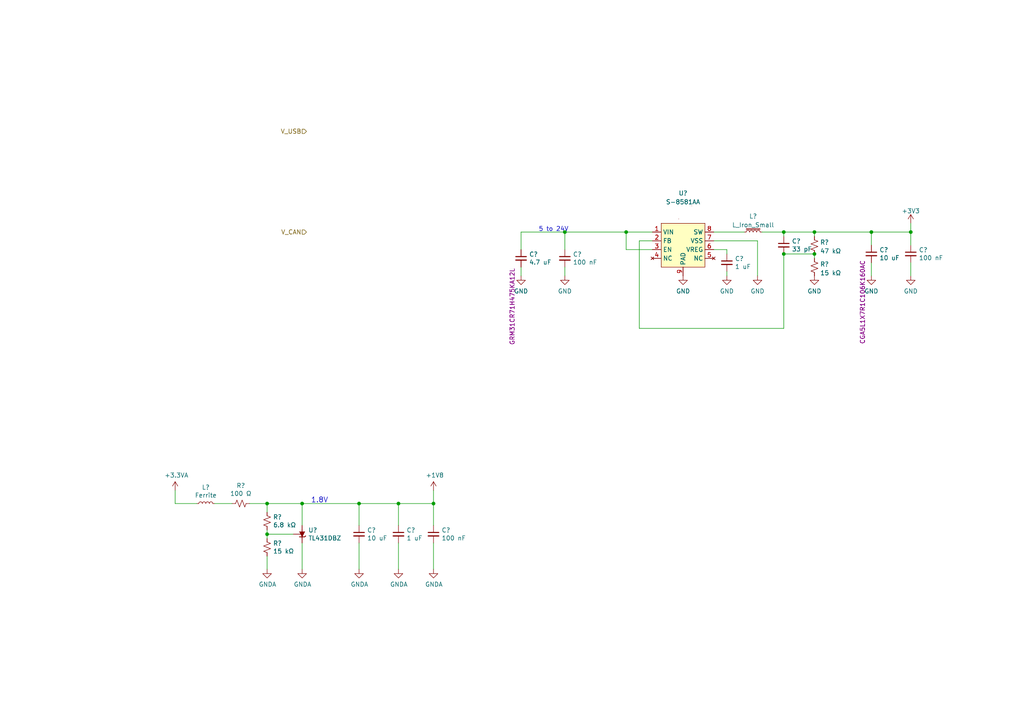
<source format=kicad_sch>
(kicad_sch (version 20211123) (generator eeschema)
  (paper "A4")
  (lib_symbols
    (symbol "CAN-Acquisition-Module:S-8581AA"
      (property "Reference" "U" (at 1.27 1.27 0))
      (property "Value" "S-8581AA" (at 12.7 -13.97 0))
      (symbol "S-8581AA_0_1"
        (rectangle (start 0 0) (end 12.7 -12.7) (stroke (width 0.1524)) (fill (type background)))
        (rectangle (start 5.08 1.27) (end 5.08 1.27) (stroke (width 0.1524)))
        (rectangle (start 8.89 5.08) (end 8.89 5.08) (stroke (width 0.1524)))
      )
      (symbol "S-8581AA_1_1"
        (pin power_in line (at -2.54 -2.54 0) (length 2.54) (name "VIN") (number "1"))
        (pin input line (at -2.54 -5.08 0) (length 2.54) (name "FB") (number "2"))
        (pin input line (at -2.54 -7.62 0) (length 2.54) (name "EN") (number "3"))
        (pin no_connect line (at -2.54 -10.16 0) (length 2.54) (name "NC") (number "4"))
        (pin no_connect line (at 15.24 -10.16 180) (length 2.54) (name "NC") (number "5"))
        (pin passive line (at 15.24 -7.62 180) (length 2.54) (name "VREG") (number "6"))
        (pin bidirectional line (at 15.24 -5.08 180) (length 2.54) (name "VSS") (number "7"))
        (pin power_out line (at 15.24 -2.54 180) (length 2.54) (name "SW") (number "8"))
        (pin bidirectional line (at 6.35 -15.24 90) (length 2.54) (name "PAD") (number "9"))
      )
    )
    (symbol "Device:C_Small" (pin_numbers hide) (pin_names (offset 0.254) hide)
      (property "Reference" "C" (at 0.254 1.778 0))
      (property "Value" "C_Small" (at 0.254 -2.032 0))
      (symbol "C_Small_0_1"
        (polyline (pts (xy -1.524 -0.508) (xy 1.524 -0.508)) (stroke (width 0.3302)))
        (polyline (pts (xy -1.524 0.508) (xy 1.524 0.508)) (stroke (width 0.3048)))
      )
      (symbol "C_Small_1_1"
        (pin passive line (at 0 2.54 270) (length 2.032) (name "~") (number "1"))
        (pin passive line (at 0 -2.54 90) (length 2.032) (name "~") (number "2"))
      )
    )
    (symbol "Device:L_Iron_Small" (pin_numbers hide) (pin_names (offset 0.254) hide)
      (property "Reference" "L" (at 1.27 1.016 0))
      (property "Value" "L_Iron_Small" (at 1.27 -1.27 0))
      (symbol "L_Iron_Small_0_1"
        (arc (start 0 -2.032) (mid 0.508 -1.524) (end 0 -1.016))
        (arc (start 0 -1.016) (mid 0.508 -0.508) (end 0 0))
        (polyline (pts (xy 0.762 2.032) (xy 0.762 -2.032)))
        (polyline (pts (xy 1.016 -2.032) (xy 1.016 2.032)))
        (arc (start 0 0) (mid 0.508 0.508) (end 0 1.016))
        (arc (start 0 1.016) (mid 0.508 1.524) (end 0 2.032))
      )
      (symbol "L_Iron_Small_1_1"
        (pin passive line (at 0 2.54 270) (length 0.508) (name "~") (number "1"))
        (pin passive line (at 0 -2.54 90) (length 0.508) (name "~") (number "2"))
      )
    )
    (symbol "Device:L_Small" (pin_numbers hide) (pin_names (offset 0.254) hide)
      (property "Reference" "L" (at 0.762 1.016 0))
      (property "Value" "L_Small" (at 0.762 -1.016 0))
      (symbol "L_Small_0_1"
        (arc (start 0 -2.032) (mid 0.508 -1.524) (end 0 -1.016))
        (arc (start 0 -1.016) (mid 0.508 -0.508) (end 0 0))
        (arc (start 0 0) (mid 0.508 0.508) (end 0 1.016))
        (arc (start 0 1.016) (mid 0.508 1.524) (end 0 2.032))
      )
      (symbol "L_Small_1_1"
        (pin passive line (at 0 2.54 270) (length 0.508) (name "~") (number "1"))
        (pin passive line (at 0 -2.54 90) (length 0.508) (name "~") (number "2"))
      )
    )
    (symbol "Device:R_Small_US" (pin_numbers hide) (pin_names (offset 0.254) hide)
      (property "Reference" "R" (at 0.762 0.508 0))
      (property "Value" "R_Small_US" (at 0.762 -1.016 0))
      (symbol "R_Small_US_1_1"
        (polyline (pts (xy 0 0) (xy 1.016 -0.381) (xy 0 -0.762) (xy -1.016 -1.143) (xy 0 -1.524)))
        (polyline (pts (xy 0 1.524) (xy 1.016 1.143) (xy 0 0.762) (xy -1.016 0.381) (xy 0 0)))
        (pin passive line (at 0 2.54 270) (length 1.016) (name "~") (number "1"))
        (pin passive line (at 0 -2.54 90) (length 1.016) (name "~") (number "2"))
      )
    )
    (symbol "Reference_Voltage:TL431DBZ" (pin_numbers hide) (pin_names hide)
      (property "Reference" "U" (at -2.54 2.54 0))
      (property "Value" "TL431DBZ" (at 0 -2.54 0))
      (symbol "TL431DBZ_0_1"
        (polyline (pts (xy -1.27 0) (xy 0 0) (xy 1.27 0)))
        (polyline (pts (xy -0.762 0.762) (xy 0.762 0) (xy -0.762 -0.762)) (fill (type outline)))
        (polyline (pts (xy 0.508 -1.016) (xy 0.762 -0.762) (xy 0.762 0.762) (xy 0.762 0.762)) (stroke (width 0.254)))
      )
      (symbol "TL431DBZ_1_1"
        (pin passive line (at 2.54 0 180) (length 2.54) (name "K") (number "1"))
        (pin passive line (at 0 2.54 270) (length 2.54) (name "REF") (number "2"))
        (pin passive line (at -2.54 0 0) (length 2.54) (name "A") (number "3"))
      )
    )
    (symbol "power:+1V8" (power) (pin_names (offset 0))
      (property "Value" "+1V8" (at 0 3.556 0))
      (symbol "+1V8_0_1"
        (polyline (pts (xy -0.762 1.27) (xy 0 2.54)))
        (polyline (pts (xy 0 0) (xy 0 2.54)))
        (polyline (pts (xy 0 2.54) (xy 0.762 1.27)))
      )
      (symbol "+1V8_1_1"
        (pin power_in line (at 0 0 90) (length 0) hide (name "+1V8") (number "1"))
      )
    )
    (symbol "power:+3.3V" (power) (pin_names (offset 0))
      (property "Value" "+3.3V" (at 0 3.556 0))
      (symbol "+3.3V_0_1"
        (polyline (pts (xy -0.762 1.27) (xy 0 2.54)))
        (polyline (pts (xy 0 0) (xy 0 2.54)))
        (polyline (pts (xy 0 2.54) (xy 0.762 1.27)))
      )
      (symbol "+3.3V_1_1"
        (pin power_in line (at 0 0 90) (length 0) hide (name "+3V3") (number "1"))
      )
    )
    (symbol "power:+3.3VA" (power) (pin_names (offset 0))
      (property "Value" "+3.3VA" (at 0 3.556 0))
      (symbol "+3.3VA_0_1"
        (polyline (pts (xy -0.762 1.27) (xy 0 2.54)))
        (polyline (pts (xy 0 0) (xy 0 2.54)))
        (polyline (pts (xy 0 2.54) (xy 0.762 1.27)))
      )
      (symbol "+3.3VA_1_1"
        (pin power_in line (at 0 0 90) (length 0) hide (name "+3.3VA") (number "1"))
      )
    )
    (symbol "power:GND" (power) (pin_names (offset 0))
      (property "Value" "GND" (at 0 -3.81 0))
      (symbol "GND_0_1"
        (polyline (pts (xy 0 0) (xy 0 -1.27) (xy 1.27 -1.27) (xy 0 -2.54) (xy -1.27 -1.27) (xy 0 -1.27)))
      )
      (symbol "GND_1_1"
        (pin power_in line (at 0 0 270) (length 0) hide (name "GND") (number "1"))
      )
    )
    (symbol "power:GNDA" (power) (pin_names (offset 0))
      (property "Value" "GNDA" (at 0 -3.81 0))
      (symbol "GNDA_0_1"
        (polyline (pts (xy 0 0) (xy 0 -1.27) (xy 1.27 -1.27) (xy 0 -2.54) (xy -1.27 -1.27) (xy 0 -1.27)))
      )
      (symbol "GNDA_1_1"
        (pin power_in line (at 0 0 270) (length 0) hide (name "GNDA") (number "1"))
      )
    )
  )
  (junction (at 227.33 67.31))
  (junction (at 115.57 146.05))
  (junction (at 125.73 146.05))
  (junction (at 77.47 154.94))
  (junction (at 104.14 146.05))
  (junction (at 163.83 67.31))
  (junction (at 236.22 73.66))
  (junction (at 264.16 67.31))
  (junction (at 87.63 146.05))
  (junction (at 252.73 67.31))
  (junction (at 181.61 67.31))
  (junction (at 77.47 146.05))
  (junction (at 227.33 73.66))
  (junction (at 236.22 67.31))
  (wire (pts (xy 264.16 67.31) (xy 252.73 67.31)))
  (wire (pts (xy 115.57 146.05) (xy 104.14 146.05)))
  (wire (pts (xy 236.22 67.31) (xy 252.73 67.31)))
  (wire (pts (xy 264.16 64.77) (xy 264.16 67.31)))
  (wire (pts (xy 264.16 71.12) (xy 264.16 67.31)))
  (wire (pts (xy 181.61 67.31) (xy 163.83 67.31)))
  (wire (pts (xy 220.98 67.31) (xy 227.33 67.31)))
  (wire (pts (xy 77.47 154.94) (xy 77.47 153.67)))
  (wire (pts (xy 85.09 154.94) (xy 77.47 154.94)))
  (wire (pts (xy 227.33 67.31) (xy 236.22 67.31)))
  (wire (pts (xy 227.33 73.66) (xy 236.22 73.66)))
  (wire (pts (xy 264.16 76.2) (xy 264.16 80.01)))
  (wire (pts (xy 189.23 67.31) (xy 181.61 67.31)))
  (wire (pts (xy 104.14 157.48) (xy 104.14 165.1)))
  (wire (pts (xy 236.22 73.66) (xy 236.22 74.93)))
  (wire (pts (xy 50.8 142.24) (xy 50.8 146.05)))
  (wire (pts (xy 125.73 152.4) (xy 125.73 146.05)))
  (wire (pts (xy 125.73 146.05) (xy 115.57 146.05)))
  (wire (pts (xy 87.63 146.05) (xy 77.47 146.05)))
  (wire (pts (xy 207.01 67.31) (xy 215.9 67.31)))
  (wire (pts (xy 227.33 95.25) (xy 185.42 95.25)))
  (wire (pts (xy 185.42 95.25) (xy 185.42 69.85)))
  (wire (pts (xy 151.13 67.31) (xy 151.13 72.39)))
  (wire (pts (xy 115.57 157.48) (xy 115.57 165.1)))
  (wire (pts (xy 163.83 77.47) (xy 163.83 80.01)))
  (wire (pts (xy 207.01 69.85) (xy 219.71 69.85)))
  (wire (pts (xy 115.57 152.4) (xy 115.57 146.05)))
  (wire (pts (xy 181.61 72.39) (xy 181.61 67.31)))
  (wire (pts (xy 185.42 69.85) (xy 189.23 69.85)))
  (wire (pts (xy 210.82 72.39) (xy 210.82 73.66)))
  (wire (pts (xy 227.33 67.31) (xy 227.33 68.58)))
  (wire (pts (xy 189.23 72.39) (xy 181.61 72.39)))
  (wire (pts (xy 87.63 152.4) (xy 87.63 146.05)))
  (wire (pts (xy 163.83 67.31) (xy 163.83 72.39)))
  (wire (pts (xy 62.23 146.05) (xy 67.31 146.05)))
  (wire (pts (xy 207.01 72.39) (xy 210.82 72.39)))
  (wire (pts (xy 77.47 154.94) (xy 77.47 156.21)))
  (wire (pts (xy 72.39 146.05) (xy 77.47 146.05)))
  (wire (pts (xy 163.83 67.31) (xy 151.13 67.31)))
  (wire (pts (xy 125.73 146.05) (xy 125.73 142.24)))
  (wire (pts (xy 219.71 69.85) (xy 219.71 80.01)))
  (wire (pts (xy 87.63 157.48) (xy 87.63 165.1)))
  (wire (pts (xy 104.14 146.05) (xy 87.63 146.05)))
  (wire (pts (xy 227.33 73.66) (xy 227.33 95.25)))
  (wire (pts (xy 50.8 146.05) (xy 57.15 146.05)))
  (wire (pts (xy 77.47 146.05) (xy 77.47 148.59)))
  (wire (pts (xy 104.14 152.4) (xy 104.14 146.05)))
  (wire (pts (xy 125.73 157.48) (xy 125.73 165.1)))
  (wire (pts (xy 77.47 161.29) (xy 77.47 165.1)))
  (wire (pts (xy 151.13 77.47) (xy 151.13 80.01)))
  (wire (pts (xy 236.22 67.31) (xy 236.22 68.58)))
  (wire (pts (xy 210.82 78.74) (xy 210.82 80.01)))
  (wire (pts (xy 252.73 76.2) (xy 252.73 80.01)))
  (wire (pts (xy 252.73 67.31) (xy 252.73 71.12)))
  (text "5 to 24V" (at 156.21 67.31 0) (effects (font (size 1.27 1.27)) (justify left bottom)))
  (text "1.8V" (at 90.17 146.05 0) (effects (font (size 1.4986 1.4986)) (justify left bottom)))
  (hierarchical_label "V_CAN" (shape input) (at 88.9 67.31 180))
  (hierarchical_label "V_USB" (shape input) (at 88.9 38.1 180))
  (symbol (lib_id "Device:C_Small") (at 104.14 154.94 0) (unit 1)
    (property "Reference" "C?" (at 106.4768 153.7716 0) (effects (justify left)))
    (property "Value" "10 uF" (at 106.4768 156.083 0) (effects (justify left)))
    (property "Footprint" "Capacitor_SMD:C_1206_3216Metric" (effects hide))
  )
  (symbol (lib_id "Reference_Voltage:TL431DBZ") (at 87.63 154.94 90) (mirror x) (unit 1)
    (property "Reference" "U?" (at 89.408 153.7716 90) (effects (justify right)))
    (property "Value" "TL431DBZ" (at 89.408 156.083 90) (effects (justify right)))
    (property "Footprint" "Package_TO_SOT_SMD:SOT-23" (effects hide))
    (property "Datasheet" "http://www.ti.com/lit/ds/symlink/tl431.pdf" (effects hide))
  )
  (symbol (lib_id "Device:R_Small_US") (at 77.47 151.13 0) (unit 1)
    (property "Reference" "R?" (at 79.1972 149.9616 0) (effects (justify left)))
    (property "Value" "6.8 kΩ" (at 79.1972 152.273 0) (effects (justify left)))
    (property "Footprint" "Resistor_SMD:R_0603_1608Metric" (effects hide))
  )
  (symbol (lib_id "Device:R_Small_US") (at 77.47 158.75 0) (unit 1)
    (property "Reference" "R?" (at 79.1972 157.5816 0) (effects (justify left)))
    (property "Value" "15 kΩ" (at 79.1972 159.893 0) (effects (justify left)))
    (property "Footprint" "Resistor_SMD:R_0603_1608Metric" (effects hide))
  )
  (symbol (lib_id "power:GNDA") (at 77.47 165.1 0) (unit 1)
    (property "Reference" "#PWR?" (effects hide))
    (property "Value" "GNDA" (at 77.597 169.4942 0))
  )
  (symbol (lib_id "Device:R_Small_US") (at 69.85 146.05 270) (unit 1)
    (property "Reference" "R?" (at 69.85 140.843 90))
    (property "Value" "100 Ω" (at 69.85 143.1544 90))
    (property "Footprint" "Resistor_SMD:R_0805_2012Metric" (effects hide))
  )
  (symbol (lib_id "power:GNDA") (at 87.63 165.1 0) (unit 1)
    (property "Reference" "#PWR?" (effects hide))
    (property "Value" "GNDA" (at 87.757 169.4942 0))
  )
  (symbol (lib_id "power:GNDA") (at 104.14 165.1 0) (unit 1)
    (property "Reference" "#PWR?" (effects hide))
    (property "Value" "GNDA" (at 104.267 169.4942 0))
  )
  (symbol (lib_id "Device:C_Small") (at 115.57 154.94 0) (unit 1)
    (property "Reference" "C?" (at 117.9068 153.7716 0) (effects (justify left)))
    (property "Value" "1 uF" (at 117.9068 156.083 0) (effects (justify left)))
    (property "Footprint" "Capacitor_SMD:C_0603_1608Metric" (effects hide))
  )
  (symbol (lib_id "Device:C_Small") (at 125.73 154.94 0) (unit 1)
    (property "Reference" "C?" (at 128.0668 153.7716 0) (effects (justify left)))
    (property "Value" "100 nF" (at 128.0668 156.083 0) (effects (justify left)))
    (property "Footprint" "Capacitor_SMD:C_0402_1005Metric" (effects hide))
  )
  (symbol (lib_id "power:GNDA") (at 115.57 165.1 0) (unit 1)
    (property "Reference" "#PWR?" (effects hide))
    (property "Value" "GNDA" (at 115.697 169.4942 0))
  )
  (symbol (lib_id "power:GNDA") (at 125.73 165.1 0) (unit 1)
    (property "Reference" "#PWR?" (effects hide))
    (property "Value" "GNDA" (at 125.857 169.4942 0))
  )
  (symbol (lib_id "Device:L_Small") (at 59.69 146.05 90) (unit 1)
    (property "Reference" "L?" (at 59.69 141.351 90))
    (property "Value" "Ferrite" (at 59.69 143.6624 90))
    (property "Footprint" "Inductor_SMD:L_0603_1608Metric" (effects hide))
  )
  (symbol (lib_id "power:+1V8") (at 125.73 142.24 0) (unit 1)
    (property "Reference" "#PWR?" (effects hide))
    (property "Value" "+1V8" (at 126.111 137.8458 0))
  )
  (symbol (lib_id "power:+3.3VA") (at 50.8 142.24 0) (unit 1)
    (property "Reference" "#PWR?" (effects hide))
    (property "Value" "+3.3VA" (at 51.181 137.8458 0))
  )
  (symbol (lib_id "power:GND") (at 264.16 80.01 0) (unit 1)
    (property "Reference" "#PWR?" (effects hide))
    (property "Value" "GND" (at 264.16 84.4534 0))
  )
  (symbol (lib_id "power:GND") (at 163.83 80.01 0) (unit 1)
    (property "Reference" "#PWR?" (effects hide))
    (property "Value" "GND" (at 163.83 84.4534 0))
  )
  (symbol (lib_id "CAN-Acquisition-Module:S-8581AA") (at 191.77 64.77 0) (unit 1)
    (property "Reference" "U?" (at 198.12 56.041 0))
    (property "Value" "S-8581AA" (at 198.12 58.5779 0))
    (property "Footprint" "CAN-Acquisition-Module:Ablic_HSTN-8-A" (effects hide))
    (property "Datasheet" "https://www.ablic.com/en/doc/datasheet/switching_regulator/S8580AA_8580AB_8581AA_8581AB_E.pdf" (effects hide))
  )
  (symbol (lib_id "power:GND") (at 252.73 80.01 0) (unit 1)
    (property "Reference" "#PWR?" (effects hide))
    (property "Value" "GND" (at 252.73 84.4534 0))
  )
  (symbol (lib_id "Device:C_Small") (at 264.16 73.66 0) (unit 1)
    (property "Reference" "C?" (at 266.4968 72.4916 0) (effects (justify left)))
    (property "Value" "100 nF" (at 266.4968 74.803 0) (effects (justify left)))
    (property "Footprint" "Capacitor_SMD:C_0402_1005Metric" (effects hide))
  )
  (symbol (lib_id "power:GND") (at 219.71 80.01 0) (unit 1)
    (property "Reference" "#PWR?" (effects hide))
    (property "Value" "GND" (at 219.71 84.4534 0))
  )
  (symbol (lib_id "power:GND") (at 236.22 80.01 0) (unit 1)
    (property "Reference" "#PWR?" (effects hide))
    (property "Value" "GND" (at 236.22 84.4534 0))
  )
  (symbol (lib_id "power:GND") (at 198.12 80.01 0) (unit 1)
    (property "Reference" "#PWR?" (effects hide))
    (property "Value" "GND" (at 198.12 84.4534 0))
  )
  (symbol (lib_id "power:GND") (at 210.82 80.01 0) (unit 1)
    (property "Reference" "#PWR?" (effects hide))
    (property "Value" "GND" (at 210.82 84.4534 0))
  )
  (symbol (lib_id "Device:C_Small") (at 163.83 74.93 0) (unit 1)
    (property "Reference" "C?" (at 166.1668 73.7616 0) (effects (justify left)))
    (property "Value" "100 nF" (at 166.1668 76.073 0) (effects (justify left)))
    (property "Footprint" "Capacitor_SMD:C_0603_1608Metric" (effects hide))
  )
  (symbol (lib_id "Device:R_Small_US") (at 236.22 77.47 0) (unit 1)
    (property "Reference" "R?" (at 237.871 76.6353 0) (effects (justify left)))
    (property "Value" "15 kΩ" (at 237.871 79.1722 0) (effects (justify left)))
    (property "Footprint" "Resistor_SMD:R_0603_1608Metric" (effects hide))
  )
  (symbol (lib_id "power:GND") (at 151.13 80.01 0) (unit 1)
    (property "Reference" "#PWR?" (effects hide))
    (property "Value" "GND" (at 151.13 84.4534 0))
  )
  (symbol (lib_id "Device:C_Small") (at 227.33 71.12 0) (unit 1)
    (property "Reference" "C?" (at 229.6668 69.9516 0) (effects (justify left)))
    (property "Value" "33 pF" (at 229.6668 72.263 0) (effects (justify left)))
    (property "Footprint" "Capacitor_SMD:C_0603_1608Metric" (effects hide))
  )
  (symbol (lib_id "Device:C_Small") (at 252.73 73.66 0) (unit 1)
    (property "Reference" "C?" (at 255.0668 72.4916 0) (effects (justify left)))
    (property "Value" "10 uF" (at 255.0668 74.803 0) (effects (justify left)))
    (property "Footprint" "Capacitor_SMD:C_1206_3216Metric" (effects hide))
    (property "MPN" "CGA5L1X7R1C106K160AC" (at 250.19 87.63 90))
    (property "Manufacturer" "TDK Corporation" (effects hide))
  )
  (symbol (lib_id "Device:R_Small_US") (at 236.22 71.12 0) (unit 1)
    (property "Reference" "R?" (at 237.871 70.2853 0) (effects (justify left)))
    (property "Value" "47 kΩ" (at 237.871 72.8222 0) (effects (justify left)))
    (property "Footprint" "Resistor_SMD:R_0603_1608Metric" (effects hide))
  )
  (symbol (lib_id "Device:C_Small") (at 210.82 76.2 0) (unit 1)
    (property "Reference" "C?" (at 213.1568 75.0316 0) (effects (justify left)))
    (property "Value" "1 uF" (at 213.1568 77.343 0) (effects (justify left)))
    (property "Footprint" "Capacitor_SMD:C_0603_1608Metric" (effects hide))
  )
  (symbol (lib_id "Device:C_Small") (at 151.13 74.93 0) (unit 1)
    (property "Reference" "C?" (at 153.4668 73.7616 0) (effects (justify left)))
    (property "Value" "4.7 uF" (at 153.4668 76.073 0) (effects (justify left)))
    (property "Footprint" "Capacitor_SMD:C_1206_3216Metric" (effects hide))
    (property "Datasheet" "https://search.murata.co.jp/Ceramy/image/img/A01X/G101/ENG/GRM31CR71H475KA12-01.pdf" (effects hide))
    (property "MPN" "GRM31CR71H475KA12L" (at 148.59 88.9 90))
    (property "Manufacturer" "Murata Electronics" (effects hide))
  )
  (symbol (lib_id "power:+3.3V") (at 264.16 64.77 0) (unit 1)
    (property "Reference" "#PWR?" (effects hide))
    (property "Value" "+3.3V" (at 264.16 61.1942 0))
  )
  (symbol (lib_id "Device:L_Iron_Small") (at 218.44 67.31 90) (unit 1)
    (property "Reference" "L?" (at 218.44 62.7212 90))
    (property "Value" "L_Iron_Small" (at 218.44 65.2581 90))
    (property "Footprint" "Inductor_SMD:L_1008_2520Metric" (effects hide))
    (property "Datasheet" "https://product.tdk.com/info/en/catalog/datasheets/inductor_automotive_power_tfm252012alva_en.pdf?ref_disty=digikey" (effects hide))
  )
)
</source>
